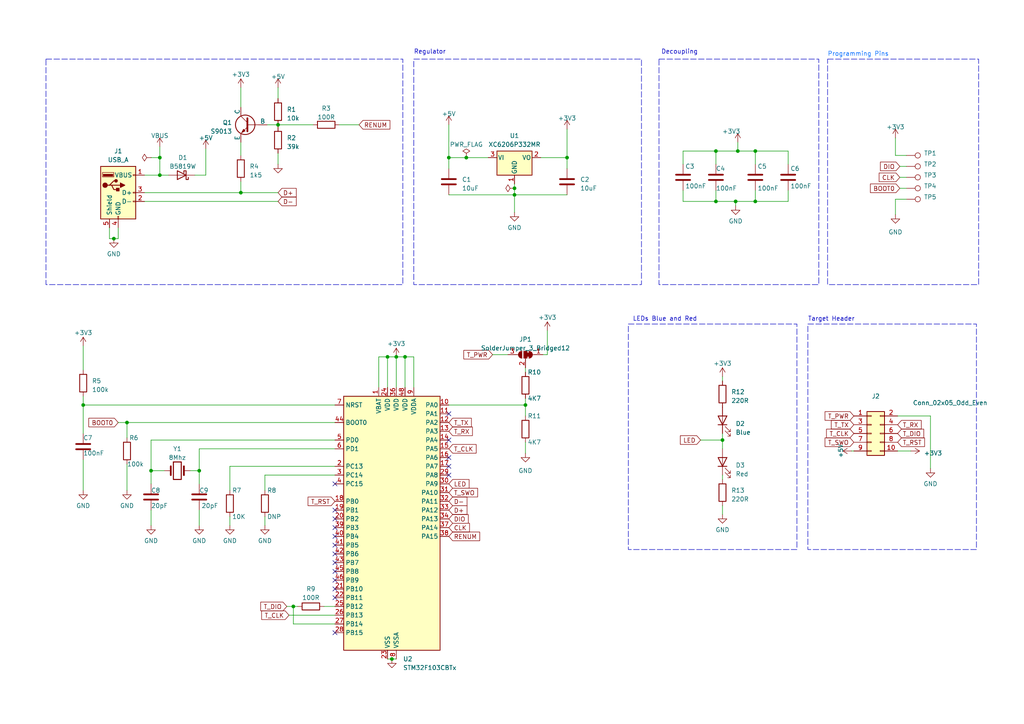
<source format=kicad_sch>
(kicad_sch (version 20230121) (generator eeschema)
  (paper "A4")
  (lib_symbols
    (symbol "Connector:TestPoint" (pin_numbers hide) (pin_names (offset 0.762) hide)
      (property "Reference" "TP" (at 0 6.858 0))
      (property "Value" "TestPoint" (at 0 5.08 0))
      (symbol "TestPoint_0_1"
        (circle (center 0 3.302) (radius 0.762))
      )
      (symbol "TestPoint_1_1"
        (pin passive line (at 0 0 90) (length 2.54) (name "1") (number "1"))
      )
    )
    (symbol "Connector:USB_A" (pin_names (offset 1.016))
      (property "Reference" "J" (at -5.08 11.43 0))
      (property "Value" "USB_A" (at -5.08 8.89 0))
      (symbol "USB_A_0_1"
        (rectangle (start -5.08 -7.62) (end 5.08 7.62) (stroke (width 0.254)) (fill (type background)))
        (circle (center -3.81 2.159) (radius 0.635) (stroke (width 0.254)) (fill (type outline)))
        (rectangle (start -1.524 4.826) (end -4.318 5.334) (fill (type outline)))
        (rectangle (start -1.27 4.572) (end -4.572 5.842))
        (circle (center -0.635 3.429) (radius 0.381) (stroke (width 0.254)) (fill (type outline)))
        (rectangle (start -0.127 -7.62) (end 0.127 -6.858))
        (polyline (pts (xy -3.175 2.159) (xy -2.54 2.159) (xy -1.27 3.429) (xy -0.635 3.429)) (stroke (width 0.254)))
        (polyline (pts (xy -2.54 2.159) (xy -1.905 2.159) (xy -1.27 0.889) (xy 0 0.889)) (stroke (width 0.254)))
        (polyline (pts (xy 0.635 2.794) (xy 0.635 1.524) (xy 1.905 2.159) (xy 0.635 2.794)) (stroke (width 0.254)) (fill (type outline)))
        (rectangle (start 0.254 1.27) (end -0.508 0.508) (stroke (width 0.254)) (fill (type outline)))
        (rectangle (start 5.08 -2.667) (end 4.318 -2.413))
        (rectangle (start 5.08 -0.127) (end 4.318 0.127))
        (rectangle (start 5.08 4.953) (end 4.318 5.207))
      )
      (symbol "USB_A_1_1"
        (polyline (pts (xy -1.905 2.159) (xy 0.635 2.159)) (stroke (width 0.254)))
        (pin power_in line (at 7.62 5.08 180) (length 2.54) (name "VBUS") (number "1"))
        (pin bidirectional line (at 7.62 -2.54 180) (length 2.54) (name "D-") (number "2"))
        (pin bidirectional line (at 7.62 0 180) (length 2.54) (name "D+") (number "3"))
        (pin power_in line (at 0 -10.16 90) (length 2.54) (name "GND") (number "4"))
        (pin passive line (at -2.54 -10.16 90) (length 2.54) (name "Shield") (number "5"))
      )
    )
    (symbol "Connector_Generic:Conn_02x05_Odd_Even" (pin_names (offset 1.016) hide)
      (property "Reference" "J" (at 1.27 7.62 0))
      (property "Value" "Conn_02x05_Odd_Even" (at 1.27 -7.62 0))
      (symbol "Conn_02x05_Odd_Even_1_1"
        (rectangle (start -1.27 -4.953) (end 0 -5.207) (stroke (width 0.1524)))
        (rectangle (start -1.27 -2.413) (end 0 -2.667) (stroke (width 0.1524)))
        (rectangle (start -1.27 0.127) (end 0 -0.127) (stroke (width 0.1524)))
        (rectangle (start -1.27 2.667) (end 0 2.413) (stroke (width 0.1524)))
        (rectangle (start -1.27 5.207) (end 0 4.953) (stroke (width 0.1524)))
        (rectangle (start -1.27 6.35) (end 3.81 -6.35) (stroke (width 0.254)) (fill (type background)))
        (rectangle (start 3.81 -4.953) (end 2.54 -5.207) (stroke (width 0.1524)))
        (rectangle (start 3.81 -2.413) (end 2.54 -2.667) (stroke (width 0.1524)))
        (rectangle (start 3.81 0.127) (end 2.54 -0.127) (stroke (width 0.1524)))
        (rectangle (start 3.81 2.667) (end 2.54 2.413) (stroke (width 0.1524)))
        (rectangle (start 3.81 5.207) (end 2.54 4.953) (stroke (width 0.1524)))
        (pin passive line (at -5.08 5.08 0) (length 3.81) (name "Pin_1") (number "1"))
        (pin passive line (at 7.62 -5.08 180) (length 3.81) (name "Pin_10") (number "10"))
        (pin passive line (at 7.62 5.08 180) (length 3.81) (name "Pin_2") (number "2"))
        (pin passive line (at -5.08 2.54 0) (length 3.81) (name "Pin_3") (number "3"))
        (pin passive line (at 7.62 2.54 180) (length 3.81) (name "Pin_4") (number "4"))
        (pin passive line (at -5.08 0 0) (length 3.81) (name "Pin_5") (number "5"))
        (pin passive line (at 7.62 0 180) (length 3.81) (name "Pin_6") (number "6"))
        (pin passive line (at -5.08 -2.54 0) (length 3.81) (name "Pin_7") (number "7"))
        (pin passive line (at 7.62 -2.54 180) (length 3.81) (name "Pin_8") (number "8"))
        (pin passive line (at -5.08 -5.08 0) (length 3.81) (name "Pin_9") (number "9"))
      )
    )
    (symbol "Device:C" (pin_numbers hide) (pin_names (offset 0.254))
      (property "Reference" "C" (at 0.635 2.54 0))
      (property "Value" "C" (at 0.635 -2.54 0))
      (symbol "C_0_1"
        (polyline (pts (xy -2.032 -0.762) (xy 2.032 -0.762)) (stroke (width 0.508)))
        (polyline (pts (xy -2.032 0.762) (xy 2.032 0.762)) (stroke (width 0.508)))
      )
      (symbol "C_1_1"
        (pin passive line (at 0 3.81 270) (length 2.794) (name "~") (number "1"))
        (pin passive line (at 0 -3.81 90) (length 2.794) (name "~") (number "2"))
      )
    )
    (symbol "Device:Crystal" (pin_numbers hide) (pin_names (offset 1.016) hide)
      (property "Reference" "Y" (at 0 3.81 0))
      (property "Value" "Crystal" (at 0 -3.81 0))
      (symbol "Crystal_0_1"
        (rectangle (start -1.143 2.54) (end 1.143 -2.54) (stroke (width 0.3048)))
        (polyline (pts (xy -2.54 0) (xy -1.905 0)))
        (polyline (pts (xy -1.905 -1.27) (xy -1.905 1.27)) (stroke (width 0.508)))
        (polyline (pts (xy 1.905 -1.27) (xy 1.905 1.27)) (stroke (width 0.508)))
        (polyline (pts (xy 2.54 0) (xy 1.905 0)))
      )
      (symbol "Crystal_1_1"
        (pin passive line (at -3.81 0 0) (length 1.27) (name "1") (number "1"))
        (pin passive line (at 3.81 0 180) (length 1.27) (name "2") (number "2"))
      )
    )
    (symbol "Device:D_Schottky" (pin_numbers hide) (pin_names (offset 1.016) hide)
      (property "Reference" "D" (at 0 2.54 0))
      (property "Value" "D_Schottky" (at 0 -2.54 0))
      (symbol "D_Schottky_0_1"
        (polyline (pts (xy 1.27 0) (xy -1.27 0)))
        (polyline (pts (xy 1.27 1.27) (xy 1.27 -1.27) (xy -1.27 0) (xy 1.27 1.27)) (stroke (width 0.254)))
        (polyline (pts (xy -1.905 0.635) (xy -1.905 1.27) (xy -1.27 1.27) (xy -1.27 -1.27) (xy -0.635 -1.27) (xy -0.635 -0.635)) (stroke (width 0.254)))
      )
      (symbol "D_Schottky_1_1"
        (pin passive line (at -3.81 0 0) (length 2.54) (name "K") (number "1"))
        (pin passive line (at 3.81 0 180) (length 2.54) (name "A") (number "2"))
      )
    )
    (symbol "Device:LED" (pin_numbers hide) (pin_names (offset 1.016) hide)
      (property "Reference" "D" (at 0 2.54 0))
      (property "Value" "LED" (at 0 -2.54 0))
      (symbol "LED_0_1"
        (polyline (pts (xy -1.27 -1.27) (xy -1.27 1.27)) (stroke (width 0.254)))
        (polyline (pts (xy -1.27 0) (xy 1.27 0)))
        (polyline (pts (xy 1.27 -1.27) (xy 1.27 1.27) (xy -1.27 0) (xy 1.27 -1.27)) (stroke (width 0.254)))
        (polyline (pts (xy -3.048 -0.762) (xy -4.572 -2.286) (xy -3.81 -2.286) (xy -4.572 -2.286) (xy -4.572 -1.524)))
        (polyline (pts (xy -1.778 -0.762) (xy -3.302 -2.286) (xy -2.54 -2.286) (xy -3.302 -2.286) (xy -3.302 -1.524)))
      )
      (symbol "LED_1_1"
        (pin passive line (at -3.81 0 0) (length 2.54) (name "K") (number "1"))
        (pin passive line (at 3.81 0 180) (length 2.54) (name "A") (number "2"))
      )
    )
    (symbol "Device:R" (pin_numbers hide) (pin_names (offset 0))
      (property "Reference" "R" (at 2.032 0 90))
      (property "Value" "R" (at 0 0 90))
      (symbol "R_0_1"
        (rectangle (start -1.016 -2.54) (end 1.016 2.54) (stroke (width 0.254)))
      )
      (symbol "R_1_1"
        (pin passive line (at 0 3.81 270) (length 1.27) (name "~") (number "1"))
        (pin passive line (at 0 -3.81 90) (length 1.27) (name "~") (number "2"))
      )
    )
    (symbol "Jumper:SolderJumper_3_Bridged12" (pin_names (offset 0) hide)
      (property "Reference" "JP" (at -2.54 -2.54 0))
      (property "Value" "SolderJumper_3_Bridged12" (at 0 2.794 0))
      (symbol "SolderJumper_3_Bridged12_0_1"
        (rectangle (start -1.016 0.508) (end -0.508 -0.508) (fill (type outline)))
        (arc (start -1.016 1.016) (mid -2.0276 0) (end -1.016 -1.016))
        (arc (start -1.016 1.016) (mid -2.0276 0) (end -1.016 -1.016) (fill (type outline)))
        (rectangle (start -0.508 1.016) (end 0.508 -1.016) (fill (type outline)))
        (polyline (pts (xy -2.54 0) (xy -2.032 0)))
        (polyline (pts (xy -1.016 1.016) (xy -1.016 -1.016)))
        (polyline (pts (xy 0 -1.27) (xy 0 -1.016)))
        (polyline (pts (xy 1.016 1.016) (xy 1.016 -1.016)))
        (polyline (pts (xy 2.54 0) (xy 2.032 0)))
        (arc (start 1.016 -1.016) (mid 2.0276 0) (end 1.016 1.016))
        (arc (start 1.016 -1.016) (mid 2.0276 0) (end 1.016 1.016) (fill (type outline)))
      )
      (symbol "SolderJumper_3_Bridged12_1_1"
        (pin passive line (at -5.08 0 0) (length 2.54) (name "A") (number "1"))
        (pin passive line (at 0 -3.81 90) (length 2.54) (name "C") (number "2"))
        (pin passive line (at 5.08 0 180) (length 2.54) (name "B") (number "3"))
      )
    )
    (symbol "MCU_ST_STM32F1:STM32F103CBTx"
      (property "Reference" "U" (at -12.7 39.37 0))
      (property "Value" "STM32F103CBTx" (at 10.16 39.37 0))
      (symbol "STM32F103CBTx_0_1"
        (rectangle (start -12.7 -35.56) (end 15.24 38.1) (stroke (width 0.254)) (fill (type background)))
      )
      (symbol "STM32F103CBTx_1_1"
        (pin power_in line (at -2.54 40.64 270) (length 2.54) (name "VBAT") (number "1"))
        (pin bidirectional line (at 17.78 35.56 180) (length 2.54) (name "PA0") (number "10"))
        (pin bidirectional line (at 17.78 33.02 180) (length 2.54) (name "PA1") (number "11"))
        (pin bidirectional line (at 17.78 30.48 180) (length 2.54) (name "PA2") (number "12"))
        (pin bidirectional line (at 17.78 27.94 180) (length 2.54) (name "PA3") (number "13"))
        (pin bidirectional line (at 17.78 25.4 180) (length 2.54) (name "PA4") (number "14"))
        (pin bidirectional line (at 17.78 22.86 180) (length 2.54) (name "PA5") (number "15"))
        (pin bidirectional line (at 17.78 20.32 180) (length 2.54) (name "PA6") (number "16"))
        (pin bidirectional line (at 17.78 17.78 180) (length 2.54) (name "PA7") (number "17"))
        (pin bidirectional line (at -15.24 7.62 0) (length 2.54) (name "PB0") (number "18"))
        (pin bidirectional line (at -15.24 5.08 0) (length 2.54) (name "PB1") (number "19"))
        (pin bidirectional line (at -15.24 17.78 0) (length 2.54) (name "PC13") (number "2"))
        (pin bidirectional line (at -15.24 2.54 0) (length 2.54) (name "PB2") (number "20"))
        (pin bidirectional line (at -15.24 -17.78 0) (length 2.54) (name "PB10") (number "21"))
        (pin bidirectional line (at -15.24 -20.32 0) (length 2.54) (name "PB11") (number "22"))
        (pin power_in line (at 0 -38.1 90) (length 2.54) (name "VSS") (number "23"))
        (pin power_in line (at 0 40.64 270) (length 2.54) (name "VDD") (number "24"))
        (pin bidirectional line (at -15.24 -22.86 0) (length 2.54) (name "PB12") (number "25"))
        (pin bidirectional line (at -15.24 -25.4 0) (length 2.54) (name "PB13") (number "26"))
        (pin bidirectional line (at -15.24 -27.94 0) (length 2.54) (name "PB14") (number "27"))
        (pin bidirectional line (at -15.24 -30.48 0) (length 2.54) (name "PB15") (number "28"))
        (pin bidirectional line (at 17.78 15.24 180) (length 2.54) (name "PA8") (number "29"))
        (pin bidirectional line (at -15.24 15.24 0) (length 2.54) (name "PC14") (number "3"))
        (pin bidirectional line (at 17.78 12.7 180) (length 2.54) (name "PA9") (number "30"))
        (pin bidirectional line (at 17.78 10.16 180) (length 2.54) (name "PA10") (number "31"))
        (pin bidirectional line (at 17.78 7.62 180) (length 2.54) (name "PA11") (number "32"))
        (pin bidirectional line (at 17.78 5.08 180) (length 2.54) (name "PA12") (number "33"))
        (pin bidirectional line (at 17.78 2.54 180) (length 2.54) (name "PA13") (number "34"))
        (pin passive line (at 0 -38.1 90) (length 2.54) hide (name "VSS") (number "35"))
        (pin power_in line (at 2.54 40.64 270) (length 2.54) (name "VDD") (number "36"))
        (pin bidirectional line (at 17.78 0 180) (length 2.54) (name "PA14") (number "37"))
        (pin bidirectional line (at 17.78 -2.54 180) (length 2.54) (name "PA15") (number "38"))
        (pin bidirectional line (at -15.24 0 0) (length 2.54) (name "PB3") (number "39"))
        (pin bidirectional line (at -15.24 12.7 0) (length 2.54) (name "PC15") (number "4"))
        (pin bidirectional line (at -15.24 -2.54 0) (length 2.54) (name "PB4") (number "40"))
        (pin bidirectional line (at -15.24 -5.08 0) (length 2.54) (name "PB5") (number "41"))
        (pin bidirectional line (at -15.24 -7.62 0) (length 2.54) (name "PB6") (number "42"))
        (pin bidirectional line (at -15.24 -10.16 0) (length 2.54) (name "PB7") (number "43"))
        (pin input line (at -15.24 30.48 0) (length 2.54) (name "BOOT0") (number "44"))
        (pin bidirectional line (at -15.24 -12.7 0) (length 2.54) (name "PB8") (number "45"))
        (pin bidirectional line (at -15.24 -15.24 0) (length 2.54) (name "PB9") (number "46"))
        (pin passive line (at 0 -38.1 90) (length 2.54) hide (name "VSS") (number "47"))
        (pin power_in line (at 5.08 40.64 270) (length 2.54) (name "VDD") (number "48"))
        (pin bidirectional line (at -15.24 25.4 0) (length 2.54) (name "PD0") (number "5"))
        (pin bidirectional line (at -15.24 22.86 0) (length 2.54) (name "PD1") (number "6"))
        (pin input line (at -15.24 35.56 0) (length 2.54) (name "NRST") (number "7"))
        (pin power_in line (at 2.54 -38.1 90) (length 2.54) (name "VSSA") (number "8"))
        (pin power_in line (at 7.62 40.64 270) (length 2.54) (name "VDDA") (number "9"))
      )
    )
    (symbol "Regulator_Linear:XC6206PxxxMR" (pin_names (offset 0.254))
      (property "Reference" "U" (at -3.81 3.175 0))
      (property "Value" "XC6206PxxxMR" (at 0 3.175 0))
      (symbol "XC6206PxxxMR_0_1"
        (rectangle (start -5.08 1.905) (end 5.08 -5.08) (stroke (width 0.254)) (fill (type background)))
      )
      (symbol "XC6206PxxxMR_1_1"
        (pin power_in line (at 0 -7.62 90) (length 2.54) (name "GND") (number "1"))
        (pin power_out line (at 7.62 0 180) (length 2.54) (name "VO") (number "2"))
        (pin power_in line (at -7.62 0 0) (length 2.54) (name "VI") (number "3"))
      )
    )
    (symbol "Simulation_SPICE:NPN" (pin_numbers hide) (pin_names (offset 0))
      (property "Reference" "Q" (at -2.54 7.62 0))
      (property "Value" "NPN" (at -2.54 5.08 0))
      (symbol "NPN_0_1"
        (polyline (pts (xy -2.54 0) (xy 0.635 0)) (stroke (width 0.1524)))
        (polyline (pts (xy 0.635 0.635) (xy 2.54 2.54)))
        (polyline (pts (xy 2.794 -1.27) (xy 2.794 -1.27)) (stroke (width 0.1524)))
        (polyline (pts (xy 2.794 -1.27) (xy 2.794 -1.27)) (stroke (width 0.1524)))
        (polyline (pts (xy 0.635 -0.635) (xy 2.54 -2.54) (xy 2.54 -2.54)))
        (polyline (pts (xy 0.635 1.905) (xy 0.635 -1.905) (xy 0.635 -1.905)) (stroke (width 0.508)))
        (polyline (pts (xy 1.27 -1.778) (xy 1.778 -1.27) (xy 2.286 -2.286) (xy 1.27 -1.778) (xy 1.27 -1.778)) (fill (type outline)))
        (circle (center 1.27 0) (radius 2.8194) (stroke (width 0.254)))
      )
      (symbol "NPN_1_1"
        (pin open_collector line (at 2.54 5.08 270) (length 2.54) (name "C") (number "1"))
        (pin input line (at -5.08 0 0) (length 2.54) (name "B") (number "2"))
        (pin open_emitter line (at 2.54 -5.08 90) (length 2.54) (name "E") (number "3"))
      )
    )
    (symbol "power:+3V3" (power) (pin_names (offset 0))
      (property "Value" "+3V3" (at 0 3.556 0))
      (symbol "+3V3_0_1"
        (polyline (pts (xy -0.762 1.27) (xy 0 2.54)))
        (polyline (pts (xy 0 0) (xy 0 2.54)))
        (polyline (pts (xy 0 2.54) (xy 0.762 1.27)))
      )
      (symbol "+3V3_1_1"
        (pin power_in line (at 0 0 90) (length 0) hide (name "+3V3") (number "1"))
      )
    )
    (symbol "power:+5V" (power) (pin_names (offset 0))
      (property "Value" "+5V" (at 0 3.556 0))
      (symbol "+5V_0_1"
        (polyline (pts (xy -0.762 1.27) (xy 0 2.54)))
        (polyline (pts (xy 0 0) (xy 0 2.54)))
        (polyline (pts (xy 0 2.54) (xy 0.762 1.27)))
      )
      (symbol "+5V_1_1"
        (pin power_in line (at 0 0 90) (length 0) hide (name "+5V") (number "1"))
      )
    )
    (symbol "power:GND" (power) (pin_names (offset 0))
      (property "Value" "GND" (at 0 -3.81 0))
      (symbol "GND_0_1"
        (polyline (pts (xy 0 0) (xy 0 -1.27) (xy 1.27 -1.27) (xy 0 -2.54) (xy -1.27 -1.27) (xy 0 -1.27)))
      )
      (symbol "GND_1_1"
        (pin power_in line (at 0 0 270) (length 0) hide (name "GND") (number "1"))
      )
    )
    (symbol "power:PWR_FLAG" (power) (pin_numbers hide) (pin_names (offset 0) hide)
      (property "Value" "PWR_FLAG" (at 0 3.81 0))
      (symbol "PWR_FLAG_0_0"
        (pin power_out line (at 0 0 90) (length 0) (name "pwr") (number "1"))
      )
      (symbol "PWR_FLAG_0_1"
        (polyline (pts (xy 0 0) (xy 0 1.27) (xy -1.016 1.905) (xy 0 2.54) (xy 1.016 1.905) (xy 0 1.27)))
      )
    )
    (symbol "power:VBUS" (power) (pin_names (offset 0))
      (property "Value" "VBUS" (at 0 3.81 0))
      (symbol "VBUS_0_1"
        (polyline (pts (xy -0.762 1.27) (xy 0 2.54)))
        (polyline (pts (xy 0 0) (xy 0 2.54)))
        (polyline (pts (xy 0 2.54) (xy 0.762 1.27)))
      )
      (symbol "VBUS_1_1"
        (pin power_in line (at 0 0 90) (length 0) hide (name "VBUS") (number "1"))
      )
    )
  )
  (junction (at 43.815 136.525))
  (junction (at 24.13 117.475))
  (junction (at 207.645 58.42))
  (junction (at 213.36 58.42))
  (junction (at 207.645 43.815))
  (junction (at 33.02 69.215))
  (junction (at 36.83 122.555))
  (junction (at 114.935 103.505))
  (junction (at 46.355 45.72))
  (junction (at 213.995 43.815))
  (junction (at 80.645 36.195))
  (junction (at 219.075 58.42))
  (junction (at 149.225 54.61))
  (junction (at 219.075 43.815))
  (junction (at 112.395 103.505))
  (junction (at 164.465 45.72))
  (junction (at 117.475 103.505))
  (junction (at 152.4 117.475))
  (junction (at 209.55 127.635))
  (junction (at 113.665 191.135))
  (junction (at 85.09 175.895))
  (junction (at 57.785 136.525))
  (junction (at 46.355 50.8))
  (junction (at 69.85 55.88))
  (junction (at 149.225 56.515))
  (junction (at 130.175 45.72))
  (junction (at 135.255 45.72))
  (no_connect (at 130.175 127.635))
  (no_connect (at 97.155 158.115))
  (no_connect (at 97.155 173.355))
  (no_connect (at 130.175 137.795))
  (no_connect (at 97.155 165.735))
  (no_connect (at 130.175 135.255))
  (no_connect (at 97.155 170.815))
  (no_connect (at 97.155 155.575))
  (no_connect (at 97.155 153.035))
  (no_connect (at 97.155 140.335))
  (no_connect (at 130.175 132.715))
  (no_connect (at 97.155 150.495))
  (no_connect (at 97.155 147.955))
  (no_connect (at 97.155 183.515))
  (no_connect (at 130.175 120.015))
  (no_connect (at 97.155 168.275))
  (no_connect (at 97.155 163.195))
  (no_connect (at 97.155 160.655))
  (wire (pts (xy 112.395 191.135) (xy 113.665 191.135)))
  (wire (pts (xy 269.875 120.65) (xy 269.875 135.89)))
  (wire (pts (xy 269.875 120.65) (xy 260.35 120.65)))
  (wire (pts (xy 117.475 103.505) (xy 117.475 112.395)))
  (wire (pts (xy 46.355 45.72) (xy 46.355 50.8)))
  (wire (pts (xy 46.355 50.8) (xy 48.895 50.8)))
  (wire (pts (xy 198.12 58.42) (xy 198.12 55.245)))
  (wire (pts (xy 259.715 57.785) (xy 259.715 62.23)))
  (wire (pts (xy 76.835 149.86) (xy 76.835 152.4)))
  (wire (pts (xy 24.13 125.73) (xy 24.13 117.475)))
  (wire (pts (xy 34.29 69.215) (xy 33.02 69.215)))
  (wire (pts (xy 152.4 115.57) (xy 152.4 117.475)))
  (wire (pts (xy 109.855 103.505) (xy 112.395 103.505)))
  (wire (pts (xy 149.225 56.515) (xy 164.465 56.515)))
  (wire (pts (xy 260.985 54.61) (xy 262.89 54.61)))
  (wire (pts (xy 130.175 117.475) (xy 152.4 117.475)))
  (wire (pts (xy 198.12 43.815) (xy 207.645 43.815)))
  (wire (pts (xy 98.425 36.195) (xy 104.14 36.195)))
  (wire (pts (xy 207.645 55.245) (xy 207.645 58.42)))
  (wire (pts (xy 24.13 114.935) (xy 24.13 117.475)))
  (wire (pts (xy 152.4 117.475) (xy 152.4 120.65)))
  (wire (pts (xy 43.815 147.955) (xy 43.815 152.4)))
  (wire (pts (xy 198.12 58.42) (xy 207.645 58.42)))
  (wire (pts (xy 31.75 69.215) (xy 33.02 69.215)))
  (wire (pts (xy 43.815 136.525) (xy 47.625 136.525)))
  (wire (pts (xy 55.245 136.525) (xy 57.785 136.525)))
  (wire (pts (xy 152.4 128.27) (xy 152.4 131.445)))
  (wire (pts (xy 142.875 102.87) (xy 147.32 102.87)))
  (wire (pts (xy 113.665 191.135) (xy 114.935 191.135)))
  (wire (pts (xy 34.29 122.555) (xy 36.83 122.555)))
  (wire (pts (xy 114.935 103.505) (xy 114.935 112.395)))
  (wire (pts (xy 219.075 55.245) (xy 219.075 58.42)))
  (wire (pts (xy 41.91 50.8) (xy 46.355 50.8)))
  (wire (pts (xy 59.69 43.18) (xy 59.69 50.8)))
  (wire (pts (xy 152.4 106.68) (xy 152.4 107.95)))
  (wire (pts (xy 66.675 149.86) (xy 66.675 152.4)))
  (wire (pts (xy 209.55 125.73) (xy 209.55 127.635)))
  (wire (pts (xy 130.175 36.195) (xy 130.175 45.72)))
  (wire (pts (xy 149.225 56.515) (xy 149.225 61.595)))
  (wire (pts (xy 209.55 137.795) (xy 209.55 139.065)))
  (wire (pts (xy 130.175 45.72) (xy 135.255 45.72)))
  (wire (pts (xy 164.465 45.72) (xy 164.465 48.895)))
  (wire (pts (xy 86.36 175.895) (xy 85.09 175.895)))
  (wire (pts (xy 207.645 43.815) (xy 213.995 43.815)))
  (wire (pts (xy 36.83 122.555) (xy 97.155 122.555)))
  (wire (pts (xy 69.85 25.4) (xy 69.85 31.115)))
  (wire (pts (xy 219.075 43.815) (xy 219.075 47.625)))
  (wire (pts (xy 80.645 25.4) (xy 80.645 28.575)))
  (wire (pts (xy 36.83 134.62) (xy 36.83 142.24)))
  (wire (pts (xy 83.82 178.435) (xy 97.155 178.435)))
  (wire (pts (xy 24.13 133.35) (xy 24.13 142.24)))
  (wire (pts (xy 135.255 45.72) (xy 141.605 45.72)))
  (wire (pts (xy 57.785 130.175) (xy 57.785 136.525)))
  (wire (pts (xy 24.13 100.33) (xy 24.13 107.315)))
  (wire (pts (xy 66.675 135.255) (xy 97.155 135.255)))
  (wire (pts (xy 264.16 130.81) (xy 260.35 130.81)))
  (wire (pts (xy 97.155 127.635) (xy 43.815 127.635)))
  (wire (pts (xy 31.75 66.04) (xy 31.75 69.215)))
  (wire (pts (xy 260.985 48.26) (xy 262.89 48.26)))
  (wire (pts (xy 77.47 36.195) (xy 80.645 36.195)))
  (wire (pts (xy 207.645 58.42) (xy 213.36 58.42)))
  (wire (pts (xy 112.395 103.505) (xy 114.935 103.505)))
  (wire (pts (xy 59.69 50.8) (xy 56.515 50.8)))
  (wire (pts (xy 120.015 112.395) (xy 120.015 103.505)))
  (wire (pts (xy 149.225 54.61) (xy 149.225 56.515)))
  (wire (pts (xy 203.2 127.635) (xy 209.55 127.635)))
  (wire (pts (xy 158.75 95.885) (xy 158.75 102.87)))
  (wire (pts (xy 207.645 47.625) (xy 207.645 43.815)))
  (wire (pts (xy 46.355 42.545) (xy 46.355 45.72)))
  (wire (pts (xy 247.015 130.81) (xy 247.65 130.81)))
  (wire (pts (xy 130.175 56.515) (xy 149.225 56.515)))
  (wire (pts (xy 213.36 59.69) (xy 213.36 58.42)))
  (wire (pts (xy 66.675 135.255) (xy 66.675 142.24)))
  (wire (pts (xy 219.075 43.815) (xy 228.6 43.815)))
  (wire (pts (xy 57.785 136.525) (xy 57.785 140.335)))
  (wire (pts (xy 80.645 36.195) (xy 90.805 36.195)))
  (wire (pts (xy 219.075 58.42) (xy 228.6 58.42)))
  (wire (pts (xy 43.815 127.635) (xy 43.815 136.525)))
  (wire (pts (xy 109.855 112.395) (xy 109.855 103.505)))
  (wire (pts (xy 24.13 117.475) (xy 97.155 117.475)))
  (wire (pts (xy 85.09 175.895) (xy 85.09 180.975)))
  (wire (pts (xy 209.55 146.685) (xy 209.55 149.225)))
  (wire (pts (xy 262.89 57.785) (xy 259.715 57.785)))
  (wire (pts (xy 209.55 109.22) (xy 209.55 110.49)))
  (wire (pts (xy 34.29 66.04) (xy 34.29 69.215)))
  (wire (pts (xy 164.465 37.465) (xy 164.465 45.72)))
  (wire (pts (xy 130.175 45.72) (xy 130.175 48.895)))
  (wire (pts (xy 149.225 53.34) (xy 149.225 54.61)))
  (wire (pts (xy 80.645 36.83) (xy 80.645 36.195)))
  (wire (pts (xy 213.36 58.42) (xy 219.075 58.42)))
  (wire (pts (xy 260.985 51.435) (xy 262.89 51.435)))
  (wire (pts (xy 69.85 45.085) (xy 69.85 41.275)))
  (wire (pts (xy 112.395 103.505) (xy 112.395 112.395)))
  (wire (pts (xy 114.935 103.505) (xy 117.475 103.505)))
  (wire (pts (xy 198.12 47.625) (xy 198.12 43.815)))
  (wire (pts (xy 259.715 45.085) (xy 262.89 45.085)))
  (wire (pts (xy 213.995 43.815) (xy 219.075 43.815)))
  (wire (pts (xy 228.6 43.815) (xy 228.6 47.625)))
  (wire (pts (xy 259.715 40.005) (xy 259.715 45.085)))
  (wire (pts (xy 156.845 45.72) (xy 164.465 45.72)))
  (wire (pts (xy 85.09 180.975) (xy 97.155 180.975)))
  (wire (pts (xy 117.475 103.505) (xy 120.015 103.505)))
  (wire (pts (xy 36.83 122.555) (xy 36.83 127)))
  (wire (pts (xy 69.85 55.88) (xy 69.85 52.705)))
  (wire (pts (xy 43.815 45.72) (xy 46.355 45.72)))
  (wire (pts (xy 97.155 137.795) (xy 76.835 137.795)))
  (wire (pts (xy 158.75 102.87) (xy 157.48 102.87)))
  (wire (pts (xy 83.185 175.895) (xy 85.09 175.895)))
  (wire (pts (xy 209.55 127.635) (xy 209.55 130.175)))
  (wire (pts (xy 41.91 58.42) (xy 80.645 58.42)))
  (wire (pts (xy 41.91 55.88) (xy 69.85 55.88)))
  (wire (pts (xy 43.815 136.525) (xy 43.815 140.335)))
  (wire (pts (xy 76.835 137.795) (xy 76.835 142.24)))
  (wire (pts (xy 213.995 41.275) (xy 213.995 43.815)))
  (wire (pts (xy 80.645 44.45) (xy 80.645 47.625)))
  (wire (pts (xy 93.98 175.895) (xy 97.155 175.895)))
  (wire (pts (xy 57.785 147.955) (xy 57.785 152.4)))
  (wire (pts (xy 97.155 130.175) (xy 57.785 130.175)))
  (wire (pts (xy 69.85 55.88) (xy 80.645 55.88)))
  (wire (pts (xy 228.6 58.42) (xy 228.6 55.245)))
  (rectangle (start 240.03 17.145) (end 283.845 82.55) (stroke (width 0) (type dash)))
  (rectangle (start 234.315 93.98) (end 283.21 159.385) (stroke (width 0) (type dash)))
  (rectangle (start 191.135 17.145) (end 237.49 82.55) (stroke (width 0) (type dash)))
  (rectangle (start 13.335 17.145) (end 116.84 82.55) (stroke (width 0) (type dash)))
  (rectangle (start 182.245 93.98) (end 231.14 159.385) (stroke (width 0) (type dash)))
  (rectangle (start 120.015 17.145) (end 186.055 82.55) (stroke (width 0) (type dash)))
  (text "Target Header\n" (at 234.315 93.345 0) (effects (font (size 1.27 1.27)) (justify left bottom)))
  (text "Regulator" (at 120.015 15.875 0) (effects (font (size 1.27 1.27)) (justify left bottom)))
  (text "LEDs Blue and Red\n" (at 183.515 93.345 0) (effects (font (size 1.27 1.27)) (justify left bottom)))
  (text "Programming Pins\n" (at 240.03 16.51 0) (effects (font (size 1.27 1.27)) (justify left bottom)))
  (text "Decoupling\n" (at 191.77 15.875 0) (effects (font (size 1.27 1.27)) (justify left bottom)))
  (global_label "T_RX" (shape input) (at 130.175 125.095 0) (property "Intersheetrefs" "${INTERSHEET_REFS}" (effects hide)))
  (global_label "T_SWO" (shape input) (at 247.65 128.27 180) (property "Intersheetrefs" "${INTERSHEET_REFS}" (effects hide)))
  (global_label "T_RX" (shape input) (at 260.35 123.19 0) (property "Intersheetrefs" "${INTERSHEET_REFS}" (effects hide)))
  (global_label "T_PWR" (shape input) (at 142.875 102.87 180) (property "Intersheetrefs" "${INTERSHEET_REFS}" (effects hide)))
  (global_label "T_TX" (shape input) (at 130.175 122.555 0) (property "Intersheetrefs" "${INTERSHEET_REFS}" (effects hide)))
  (global_label "T_CLK" (shape input) (at 247.65 125.73 180) (property "Intersheetrefs" "${INTERSHEET_REFS}" (effects hide)))
  (global_label "DIO" (shape input) (at 130.175 150.495 0) (property "Intersheetrefs" "${INTERSHEET_REFS}" (effects hide)))
  (global_label "BOOT0" (shape input) (at 34.29 122.555 180) (property "Intersheetrefs" "${INTERSHEET_REFS}" (effects hide)))
  (global_label "CLK" (shape input) (at 260.985 51.435 180) (property "Intersheetrefs" "${INTERSHEET_REFS}" (effects hide)))
  (global_label "T_CLK" (shape input) (at 83.82 178.435 180) (property "Intersheetrefs" "${INTERSHEET_REFS}" (effects hide)))
  (global_label "LED" (shape input) (at 130.175 140.335 0) (property "Intersheetrefs" "${INTERSHEET_REFS}" (effects hide)))
  (global_label "RENUM" (shape input) (at 104.14 36.195 0) (property "Intersheetrefs" "${INTERSHEET_REFS}" (effects hide)))
  (global_label "T_TX" (shape input) (at 247.65 123.19 180) (property "Intersheetrefs" "${INTERSHEET_REFS}" (effects hide)))
  (global_label "D-" (shape input) (at 80.645 58.42 0) (property "Intersheetrefs" "${INTERSHEET_REFS}" (effects hide)))
  (global_label "T_DIO" (shape input) (at 260.35 125.73 0) (property "Intersheetrefs" "${INTERSHEET_REFS}" (effects hide)))
  (global_label "T_RST" (shape input) (at 260.35 128.27 0) (property "Intersheetrefs" "${INTERSHEET_REFS}" (effects hide)))
  (global_label "T_SWO" (shape input) (at 130.175 142.875 0) (property "Intersheetrefs" "${INTERSHEET_REFS}" (effects hide)))
  (global_label "BOOT0" (shape input) (at 260.985 54.61 180) (property "Intersheetrefs" "${INTERSHEET_REFS}" (effects hide)))
  (global_label "LED" (shape input) (at 203.2 127.635 180) (property "Intersheetrefs" "${INTERSHEET_REFS}" (effects hide)))
  (global_label "RENUM" (shape input) (at 130.175 155.575 0) (property "Intersheetrefs" "${INTERSHEET_REFS}" (effects hide)))
  (global_label "DIO" (shape input) (at 260.985 48.26 180) (property "Intersheetrefs" "${INTERSHEET_REFS}" (effects hide)))
  (global_label "T_PWR" (shape input) (at 247.65 120.65 180) (property "Intersheetrefs" "${INTERSHEET_REFS}" (effects hide)))
  (global_label "T_DIO" (shape input) (at 83.185 175.895 180) (property "Intersheetrefs" "${INTERSHEET_REFS}" (effects hide)))
  (global_label "CLK" (shape input) (at 130.175 153.035 0) (property "Intersheetrefs" "${INTERSHEET_REFS}" (effects hide)))
  (global_label "T_RST" (shape input) (at 97.155 145.415 180) (property "Intersheetrefs" "${INTERSHEET_REFS}" (effects hide)))
  (global_label "D+" (shape input) (at 130.175 147.955 0) (property "Intersheetrefs" "${INTERSHEET_REFS}" (effects hide)))
  (global_label "D+" (shape input) (at 80.645 55.88 0) (property "Intersheetrefs" "${INTERSHEET_REFS}" (effects hide)))
  (global_label "D-" (shape input) (at 130.175 145.415 0) (property "Intersheetrefs" "${INTERSHEET_REFS}" (effects hide)))
  (global_label "T_CLK" (shape input) (at 130.175 130.175 0) (property "Intersheetrefs" "${INTERSHEET_REFS}" (effects hide)))
  (symbol (lib_id "Device:C") (at 57.785 144.145 0) (unit 1)
    (property "Reference" "C9" (at 57.785 142.24 0) (effects (justify left)))
    (property "Value" "20pF" (at 58.42 146.685 0) (effects (justify left)))
    (property "Footprint" "Capacitor_SMD:C_0603_1608Metric" (effects hide))
  )
  (symbol (lib_id "power:GND") (at 269.875 135.89 0) (unit 1)
    (property "Reference" "#PWR026" (effects hide))
    (property "Value" "GND" (at 269.875 140.335 0))
  )
  (symbol (lib_id "power:GND") (at 66.675 152.4 0) (unit 1)
    (property "Reference" "#PWR017" (effects hide))
    (property "Value" "GND" (at 66.675 156.845 0))
  )
  (symbol (lib_id "Device:C") (at 130.175 52.705 0) (unit 1)
    (property "Reference" "C1" (at 133.985 52.07 0) (effects (justify left)))
    (property "Value" "10uF" (at 133.985 54.61 0) (effects (justify left)))
    (property "Footprint" "Capacitor_SMD:C_0603_1608Metric" (effects hide))
  )
  (symbol (lib_id "Device:C") (at 24.13 129.54 0) (unit 1)
    (property "Reference" "C7" (at 24.13 127 0) (effects (justify left)))
    (property "Value" "100nF" (at 24.13 131.445 0) (effects (justify left)))
    (property "Footprint" "Capacitor_SMD:C_0603_1608Metric" (effects hide))
  )
  (symbol (lib_id "power:GND") (at 80.645 47.625 0) (unit 1)
    (property "Reference" "#PWR05" (effects hide))
    (property "Value" "GND" (effects hide))
  )
  (symbol (lib_id "Device:R") (at 80.645 32.385 0) (unit 1)
    (property "Reference" "R1" (at 83.185 31.75 0) (effects (justify left)))
    (property "Value" "10k" (at 83.185 34.29 0) (effects (justify left)))
    (property "Footprint" "Resistor_SMD:R_0603_1608Metric" (effects hide))
  )
  (symbol (lib_id "Device:R") (at 66.675 146.05 0) (unit 1)
    (property "Reference" "R7" (at 67.31 142.24 0) (effects (justify left)))
    (property "Value" "10K" (at 67.31 149.86 0) (effects (justify left)))
    (property "Footprint" "Resistor_SMD:R_0603_1608Metric" (effects hide))
  )
  (symbol (lib_id "power:GND") (at 57.785 152.4 0) (unit 1)
    (property "Reference" "#PWR016" (effects hide))
    (property "Value" "GND" (at 57.785 156.845 0))
  )
  (symbol (lib_id "power:+3V3") (at 24.13 100.33 0) (unit 1)
    (property "Reference" "#PWR012" (effects hide))
    (property "Value" "+3V3" (at 24.13 96.52 0))
  )
  (symbol (lib_id "Device:LED") (at 209.55 133.985 90) (unit 1)
    (property "Reference" "D3" (at 213.36 134.9375 90) (effects (justify right)))
    (property "Value" "Red" (at 213.36 137.4775 90) (effects (justify right)))
    (property "Footprint" "LED_SMD:LED_0603_1608Metric" (effects hide))
  )
  (symbol (lib_id "Device:C") (at 207.645 51.435 0) (unit 1)
    (property "Reference" "C4" (at 207.645 48.895 0) (effects (justify left)))
    (property "Value" "100nF" (at 207.645 54.61 0) (effects (justify left)))
    (property "Footprint" "Capacitor_SMD:C_0603_1608Metric" (effects hide))
  )
  (symbol (lib_id "Device:R") (at 69.85 48.895 0) (unit 1)
    (property "Reference" "R4" (at 72.39 48.26 0) (effects (justify left)))
    (property "Value" "1k5" (at 72.39 50.8 0) (effects (justify left)))
    (property "Footprint" "Resistor_SMD:R_0603_1608Metric" (effects hide))
  )
  (symbol (lib_id "Simulation_SPICE:NPN") (at 72.39 36.195 0) (mirror y) (unit 1)
    (property "Reference" "Q1" (at 67.31 35.56 0) (effects (justify left)))
    (property "Value" "S9013" (at 67.31 38.1 0) (effects (justify left)))
    (property "Footprint" "S9013:SOT95P240X120-3N" (effects hide))
    (property "Sim.Device" "NPN" (effects hide))
    (property "Sim.Type" "GUMMELPOON" (effects hide))
    (property "Sim.Pins" "1=C 2=B 3=E" (effects hide))
  )
  (symbol (lib_id "power:PWR_FLAG") (at 135.255 45.72 0) (unit 1)
    (property "Reference" "#FLG01" (effects hide))
    (property "Value" "PWR_FLAG" (at 135.255 41.91 0))
  )
  (symbol (lib_id "power:GND") (at 36.83 142.24 0) (unit 1)
    (property "Reference" "#PWR014" (effects hide))
    (property "Value" "GND" (at 36.83 146.685 0))
  )
  (symbol (lib_id "Connector_Generic:Conn_02x05_Odd_Even") (at 252.73 125.73 0) (unit 1)
    (property "Reference" "J2" (at 254 114.935 0))
    (property "Value" "Conn_02x05_Odd_Even" (at 275.59 116.84 0))
    (property "Footprint" "IDC_EDGE:IDC_EDGE" (effects hide))
  )
  (symbol (lib_id "Device:R") (at 152.4 111.76 0) (unit 1)
    (property "Reference" "R10" (at 153.035 107.95 0) (effects (justify left)))
    (property "Value" "4K7" (at 153.035 115.57 0) (effects (justify left)))
    (property "Footprint" "Resistor_SMD:R_0603_1608Metric" (effects hide))
  )
  (symbol (lib_id "Device:D_Schottky") (at 52.705 50.8 180) (unit 1)
    (property "Reference" "D1" (at 53.0225 45.72 0))
    (property "Value" "B5819W" (at 53.0225 48.26 0))
    (property "Footprint" "Diode_SMD:D_SOD-123" (effects hide))
  )
  (symbol (lib_id "power:+5V") (at 130.175 36.195 0) (unit 1)
    (property "Reference" "#PWR07" (effects hide))
    (property "Value" "+5V" (at 130.175 33.02 0))
  )
  (symbol (lib_id "power:GND") (at 209.55 149.225 0) (unit 1)
    (property "Reference" "#PWR023" (effects hide))
    (property "Value" "GND" (at 209.55 153.67 0))
  )
  (symbol (lib_id "Connector:TestPoint") (at 262.89 57.785 270) (unit 1)
    (property "Reference" "TP5" (at 267.97 57.15 90) (effects (justify left)))
    (property "Value" "TestPoint" (effects hide))
    (property "Footprint" "TestPoint:TestPoint_Pad_1.0x1.0mm" (effects hide))
  )
  (symbol (lib_id "Connector:TestPoint") (at 262.89 54.61 270) (unit 1)
    (property "Reference" "TP4" (at 267.97 53.975 90) (effects (justify left)))
    (property "Value" "TestPoint" (effects hide))
    (property "Footprint" "TestPoint:TestPoint_Pad_1.0x1.0mm" (effects hide))
  )
  (symbol (lib_id "Jumper:SolderJumper_3_Bridged12") (at 152.4 102.87 0) (mirror y) (unit 1)
    (property "Reference" "JP1" (at 152.4 98.425 0))
    (property "Value" "SolderJumper_3_Bridged12" (at 152.4 100.965 0))
    (property "Footprint" "Jumper:SolderJumper-3_P1.3mm_Open_Pad1.0x1.5mm_NumberLabels" (effects hide))
  )
  (symbol (lib_id "Device:R") (at 152.4 124.46 0) (unit 1)
    (property "Reference" "R11" (at 153.035 120.65 0) (effects (justify left)))
    (property "Value" "4K7" (at 153.035 128.27 0) (effects (justify left)))
    (property "Footprint" "Resistor_SMD:R_0603_1608Metric" (effects hide))
  )
  (symbol (lib_id "Device:R") (at 80.645 40.64 0) (unit 1)
    (property "Reference" "R2" (at 83.185 40.005 0) (effects (justify left)))
    (property "Value" "39k" (at 83.185 42.545 0) (effects (justify left)))
    (property "Footprint" "Resistor_SMD:R_0603_1608Metric" (effects hide))
  )
  (symbol (lib_id "Regulator_Linear:XC6206PxxxMR") (at 149.225 45.72 0) (unit 1)
    (property "Reference" "U1" (at 149.225 39.37 0))
    (property "Value" "XC6206P332MR" (at 149.225 41.91 0))
    (property "Footprint" "Package_TO_SOT_SMD:SOT-23-3" (effects hide))
    (property "Datasheet" "https://www.torexsemi.com/file/xc6206/XC6206.pdf" (effects hide))
  )
  (symbol (lib_id "power:+3V3") (at 69.85 25.4 0) (unit 1)
    (property "Reference" "#PWR03" (effects hide))
    (property "Value" "+3V3" (at 69.85 21.59 0))
  )
  (symbol (lib_id "power:GND") (at 259.715 62.23 0) (unit 1)
    (property "Reference" "#PWR028" (effects hide))
    (property "Value" "GND" (at 259.715 67.31 0))
  )
  (symbol (lib_id "power:+3V3") (at 209.55 109.22 0) (unit 1)
    (property "Reference" "#PWR022" (effects hide))
    (property "Value" "+3V3" (at 209.55 105.41 0))
  )
  (symbol (lib_id "power:GND") (at 113.665 191.135 0) (unit 1)
    (property "Reference" "#PWR021" (effects hide))
    (property "Value" "GND" (effects hide))
  )
  (symbol (lib_id "Device:R") (at 36.83 130.81 0) (unit 1)
    (property "Reference" "R6" (at 37.465 127 0) (effects (justify left)))
    (property "Value" "100k" (at 36.83 134.62 0) (effects (justify left)))
    (property "Footprint" "Resistor_SMD:R_0603_1608Metric" (effects hide))
  )
  (symbol (lib_id "Connector:TestPoint") (at 262.89 51.435 270) (unit 1)
    (property "Reference" "TP3" (at 267.97 50.8 90) (effects (justify left)))
    (property "Value" "TestPoint" (effects hide))
    (property "Footprint" "TestPoint:TestPoint_Pad_1.0x1.0mm" (effects hide))
  )
  (symbol (lib_id "power:GND") (at 33.02 69.215 0) (unit 1)
    (property "Reference" "#PWR029" (effects hide))
    (property "Value" "GND" (at 33.02 73.66 0))
  )
  (symbol (lib_id "Device:C") (at 198.12 51.435 0) (unit 1)
    (property "Reference" "C3" (at 198.755 48.26 0) (effects (justify left)))
    (property "Value" "100nF" (at 198.755 53.975 0) (effects (justify left)))
    (property "Footprint" "Capacitor_SMD:C_0603_1608Metric" (effects hide))
  )
  (symbol (lib_id "Device:Crystal") (at 51.435 136.525 0) (unit 1)
    (property "Reference" "Y1" (at 51.435 130.175 0))
    (property "Value" "8Mhz" (at 51.435 132.715 0))
    (property "Footprint" "Crystal:Crystal_SMD_5032-2Pin_5.0x3.2mm" (effects hide))
  )
  (symbol (lib_id "power:+3V3") (at 264.16 130.81 270) (unit 1)
    (property "Reference" "#PWR025" (effects hide))
    (property "Value" "+3V3" (at 267.97 131.445 90) (effects (justify left)))
  )
  (symbol (lib_id "power:GND") (at 43.815 152.4 0) (unit 1)
    (property "Reference" "#PWR015" (effects hide))
    (property "Value" "GND" (at 43.815 156.845 0))
  )
  (symbol (lib_id "Connector:TestPoint") (at 262.89 48.26 270) (unit 1)
    (property "Reference" "TP2" (at 267.97 47.625 90) (effects (justify left)))
    (property "Value" "TestPoint" (effects hide))
    (property "Footprint" "TestPoint:TestPoint_Pad_1.0x1.0mm" (effects hide))
  )
  (symbol (lib_id "Device:C") (at 164.465 52.705 0) (unit 1)
    (property "Reference" "C2" (at 168.275 52.07 0) (effects (justify left)))
    (property "Value" "10uF" (at 168.275 54.61 0) (effects (justify left)))
    (property "Footprint" "Capacitor_SMD:C_0603_1608Metric" (effects hide))
  )
  (symbol (lib_id "Device:R") (at 76.835 146.05 0) (unit 1)
    (property "Reference" "R8" (at 77.47 142.24 0) (effects (justify left)))
    (property "Value" "DNP" (at 77.47 149.86 0) (effects (justify left)))
    (property "Footprint" "Resistor_SMD:R_0603_1608Metric" (effects hide))
  )
  (symbol (lib_id "power:+5V") (at 80.645 25.4 0) (unit 1)
    (property "Reference" "#PWR04" (effects hide))
    (property "Value" "+5V" (at 80.645 22.225 0))
  )
  (symbol (lib_id "Device:C") (at 43.815 144.145 0) (unit 1)
    (property "Reference" "C8" (at 43.815 142.24 0) (effects (justify left)))
    (property "Value" "20pF" (at 43.815 146.685 0) (effects (justify left)))
    (property "Footprint" "Capacitor_SMD:C_0603_1608Metric" (effects hide))
  )
  (symbol (lib_id "MCU_ST_STM32F1:STM32F103CBTx") (at 112.395 153.035 0) (unit 1)
    (property "Reference" "U2" (at 116.8909 191.135 0) (effects (justify left)))
    (property "Value" "STM32F103CBTx" (at 116.8909 193.675 0) (effects (justify left)))
    (property "Footprint" "Package_QFP:LQFP-48_7x7mm_P0.5mm" (effects hide))
    (property "Datasheet" "https://www.st.com/resource/en/datasheet/stm32f103cb.pdf" (effects hide))
  )
  (symbol (lib_id "Device:R") (at 94.615 36.195 90) (unit 1)
    (property "Reference" "R3" (at 94.615 31.4364 90))
    (property "Value" "100R" (at 94.615 33.9764 90))
    (property "Footprint" "Resistor_SMD:R_0603_1608Metric" (effects hide))
  )
  (symbol (lib_id "power:+3V3") (at 213.995 41.275 0) (unit 1)
    (property "Reference" "#PWR09" (effects hide))
    (property "Value" "+3V3" (at 212.09 38.1 0))
  )
  (symbol (lib_id "Device:C") (at 219.075 51.435 0) (unit 1)
    (property "Reference" "C5" (at 219.71 48.26 0) (effects (justify left)))
    (property "Value" "100nF" (at 219.71 54.61 0) (effects (justify left)))
    (property "Footprint" "Capacitor_SMD:C_0603_1608Metric" (effects hide))
  )
  (symbol (lib_id "Connector:TestPoint") (at 262.89 45.085 270) (unit 1)
    (property "Reference" "TP1" (at 267.97 44.45 90) (effects (justify left)))
    (property "Value" "TestPoint" (effects hide))
    (property "Footprint" "TestPoint:TestPoint_Pad_1.0x1.0mm" (effects hide))
  )
  (symbol (lib_id "power:+3V3") (at 164.465 37.465 0) (unit 1)
    (property "Reference" "#PWR08" (effects hide))
    (property "Value" "+3V3" (at 164.465 34.29 0))
  )
  (symbol (lib_id "Device:R") (at 24.13 111.125 0) (unit 1)
    (property "Reference" "R5" (at 26.67 110.49 0) (effects (justify left)))
    (property "Value" "100k" (at 26.67 113.03 0) (effects (justify left)))
    (property "Footprint" "Resistor_SMD:R_0603_1608Metric" (effects hide))
  )
  (symbol (lib_id "power:PWR_FLAG") (at 149.225 54.61 90) (unit 1)
    (property "Reference" "#FLG02" (effects hide))
    (property "Value" "PWR_FLAG" (effects hide))
  )
  (symbol (lib_id "power:+3V3") (at 158.75 95.885 0) (unit 1)
    (property "Reference" "#PWR020" (effects hide))
    (property "Value" "+3V3" (at 158.75 92.075 0))
  )
  (symbol (lib_id "power:GND") (at 24.13 142.24 0) (unit 1)
    (property "Reference" "#PWR013" (effects hide))
    (property "Value" "GND" (at 24.13 146.685 0))
  )
  (symbol (lib_id "Device:R") (at 90.17 175.895 90) (unit 1)
    (property "Reference" "R9" (at 90.17 170.815 90))
    (property "Value" "100R" (at 90.17 173.355 90))
    (property "Footprint" "Resistor_SMD:R_0603_1608Metric" (effects hide))
  )
  (symbol (lib_id "power:+3V3") (at 259.715 40.005 0) (unit 1)
    (property "Reference" "#PWR027" (effects hide))
    (property "Value" "+3V3" (at 259.715 36.83 0))
  )
  (symbol (lib_id "Connector:USB_A") (at 34.29 55.88 0) (unit 1)
    (property "Reference" "J1" (at 34.29 43.815 0))
    (property "Value" "USB_A" (at 34.29 46.355 0))
    (property "Footprint" "USB_male:USB_Male_A_UP2-AH-1-TH" (effects hide))
    (property "Datasheet" " ~" (effects hide))
  )
  (symbol (lib_id "power:GND") (at 149.225 61.595 0) (unit 1)
    (property "Reference" "#PWR06" (effects hide))
    (property "Value" "GND" (at 149.225 66.04 0))
  )
  (symbol (lib_id "power:GND") (at 152.4 131.445 0) (unit 1)
    (property "Reference" "#PWR019" (effects hide))
    (property "Value" "GND" (at 152.4 136.525 0))
  )
  (symbol (lib_id "power:GND") (at 76.835 152.4 0) (unit 1)
    (property "Reference" "#PWR018" (effects hide))
    (property "Value" "GND" (at 76.835 156.845 0))
  )
  (symbol (lib_id "Device:R") (at 209.55 142.875 0) (unit 1)
    (property "Reference" "R13" (at 212.09 142.24 0) (effects (justify left)))
    (property "Value" "220R" (at 212.09 144.78 0) (effects (justify left)))
    (property "Footprint" "Resistor_SMD:R_0603_1608Metric" (effects hide))
  )
  (symbol (lib_id "power:GND") (at 213.36 59.69 0) (unit 1)
    (property "Reference" "#PWR010" (effects hide))
    (property "Value" "GND" (at 213.36 64.135 0))
  )
  (symbol (lib_id "Device:C") (at 228.6 51.435 0) (unit 1)
    (property "Reference" "C6" (at 229.235 48.895 0) (effects (justify left)))
    (property "Value" "100nF" (at 229.235 53.975 0) (effects (justify left)))
    (property "Footprint" "Capacitor_SMD:C_0603_1608Metric" (effects hide))
  )
  (symbol (lib_id "power:VBUS") (at 46.355 42.545 0) (unit 1)
    (property "Reference" "#PWR01" (effects hide))
    (property "Value" "VBUS" (at 46.355 39.37 0))
  )
  (symbol (lib_id "power:+3V3") (at 114.935 103.505 0) (unit 1)
    (property "Reference" "#PWR011" (effects hide))
    (property "Value" "+3V3" (at 114.935 99.695 0))
  )
  (symbol (lib_id "power:+5V") (at 59.69 43.18 0) (unit 1)
    (property "Reference" "#PWR02" (effects hide))
    (property "Value" "+5V" (at 59.69 40.005 0))
  )
  (symbol (lib_id "power:+5V") (at 247.015 130.81 90) (unit 1)
    (property "Reference" "#PWR024" (effects hide))
    (property "Value" "+5V" (at 243.84 130.81 0))
  )
  (symbol (lib_id "Device:R") (at 209.55 114.3 0) (unit 1)
    (property "Reference" "R12" (at 212.09 113.665 0) (effects (justify left)))
    (property "Value" "220R" (at 212.09 116.205 0) (effects (justify left)))
    (property "Footprint" "Resistor_SMD:R_0603_1608Metric" (effects hide))
  )
  (symbol (lib_id "power:PWR_FLAG") (at 43.815 45.72 90) (unit 1)
    (property "Reference" "#FLG03" (effects hide))
    (property "Value" "PWR_FLAG" (effects hide))
  )
  (symbol (lib_id "Device:LED") (at 209.55 121.92 90) (unit 1)
    (property "Reference" "D2" (at 213.36 122.8725 90) (effects (justify right)))
    (property "Value" "Blue" (at 213.36 125.4125 90) (effects (justify right)))
    (property "Footprint" "LED_SMD:LED_0603_1608Metric" (effects hide))
  )
)
</source>
